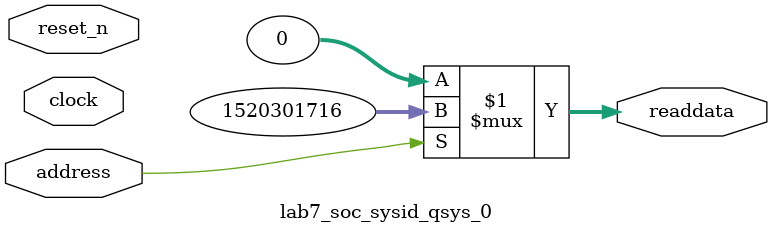
<source format=v>

`timescale 1ns / 1ps
// synthesis translate_on

// turn off superfluous verilog processor warnings 
// altera message_level Level1 
// altera message_off 10034 10035 10036 10037 10230 10240 10030 

module lab7_soc_sysid_qsys_0 (
               // inputs:
                address,
                clock,
                reset_n,

               // outputs:
                readdata
             )
;

  output  [ 31: 0] readdata;
  input            address;
  input            clock;
  input            reset_n;

  wire    [ 31: 0] readdata;
  //control_slave, which is an e_avalon_slave
  assign readdata = address ? 1520301716 : 0;

endmodule




</source>
